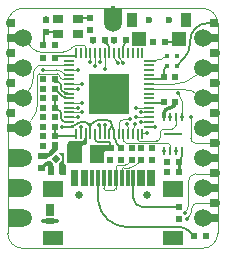
<source format=gtl>
G04*
G04 #@! TF.GenerationSoftware,Altium Limited,Altium Designer,24.6.1 (21)*
G04*
G04 Layer_Physical_Order=1*
G04 Layer_Color=3394611*
%FSLAX25Y25*%
%MOIN*%
G70*
G04*
G04 #@! TF.SameCoordinates,E89A06A7-0658-4A87-8E90-D679E4E66743*
G04*
G04*
G04 #@! TF.FilePolarity,Positive*
G04*
G01*
G75*
%ADD10C,0.00984*%
%ADD11C,0.00394*%
%ADD12C,0.00591*%
%ADD13C,0.00787*%
%ADD16R,0.01181X0.05709*%
%ADD17R,0.07087X0.05709*%
%ADD18R,0.07087X0.04724*%
%ADD19R,0.03543X0.03150*%
%ADD20R,0.06299X0.00787*%
%ADD21R,0.00984X0.03150*%
%ADD22C,0.01575*%
%ADD23R,0.03543X0.04724*%
%ADD24R,0.04528X0.05118*%
%ADD25R,0.13386X0.13386*%
%ADD26O,0.00787X0.03543*%
%ADD27O,0.03543X0.00787*%
%ADD28R,0.02362X0.01968*%
%ADD29R,0.02756X0.02047*%
%ADD30R,0.02756X0.04134*%
%ADD31R,0.01772X0.01772*%
%ADD32R,0.04724X0.05906*%
%ADD33R,0.00394X0.00394*%
%ADD34P,0.02673X4X360.0*%
%ADD35R,0.01968X0.02362*%
%ADD63C,0.01181*%
%ADD64C,0.00500*%
%ADD65C,0.01378*%
%ADD66C,0.02559*%
%ADD67C,0.02362*%
%ADD68C,0.05906*%
%ADD69R,0.02500X0.03150*%
%ADD70R,0.05000X0.05906*%
%ADD71R,0.05906X0.05000*%
%ADD72C,0.01378*%
G36*
X14370Y29134D02*
X15157Y28346D01*
Y28034D01*
X15161Y27968D01*
X15186Y27839D01*
X15237Y27718D01*
X15310Y27608D01*
X15354Y27559D01*
X15354Y27559D01*
X15401Y27512D01*
X15475Y27402D01*
X15525Y27280D01*
X15551Y27150D01*
Y27084D01*
Y24606D01*
X13583D01*
Y26928D01*
X13581Y26961D01*
X13568Y27025D01*
X13543Y27086D01*
X13506Y27141D01*
X13484Y27165D01*
X13427Y27223D01*
Y27223D01*
X13392Y27254D01*
X13315Y27306D01*
X13228Y27342D01*
X13137Y27360D01*
X13091Y27362D01*
X13074D01*
X13008Y27359D01*
X12879Y27333D01*
X12757Y27283D01*
X12647Y27210D01*
X12598Y27165D01*
X12554Y27117D01*
X12481Y27007D01*
X12431Y26885D01*
X12405Y26756D01*
X12402Y26690D01*
Y25787D01*
X10039D01*
Y27756D01*
X10728D01*
X10938Y27766D01*
X11349Y27848D01*
X11737Y28008D01*
X12085Y28241D01*
X12241Y28382D01*
X12697Y28839D01*
Y28839D01*
X12767Y28909D01*
X12932Y29019D01*
X13116Y29095D01*
X13310Y29134D01*
X13583D01*
Y29134D01*
X14370D01*
X14370Y29134D01*
D02*
G37*
G36*
X16732Y33071D02*
X15157Y31496D01*
Y31496D01*
X15157Y31496D01*
X14370Y30709D01*
X14370D01*
X14230Y30702D01*
X13956Y30647D01*
X13698Y30540D01*
X13466Y30385D01*
X13362Y30291D01*
X13362D01*
X13091Y30020D01*
X13020Y29950D01*
X12855Y29839D01*
X12672Y29763D01*
X12477Y29724D01*
X10039D01*
Y31693D01*
X13583D01*
Y31727D01*
Y31859D01*
X13634Y32119D01*
X13736Y32363D01*
X13883Y32584D01*
X13976Y32677D01*
X13976D01*
X14416Y33117D01*
X14494Y33203D01*
X14624Y33397D01*
X14713Y33612D01*
X14758Y33840D01*
X14764Y33957D01*
Y35433D01*
X16732D01*
Y33071D01*
D02*
G37*
G36*
X18701Y31693D02*
Y30709D01*
Y29141D01*
Y29141D01*
X18709Y28976D01*
X18773Y28653D01*
X18899Y28349D01*
X19082Y28075D01*
X19193Y27953D01*
X19279Y27866D01*
X19279Y27866D01*
X19329Y27817D01*
X19407Y27700D01*
X19461Y27570D01*
X19488Y27432D01*
X19488Y27362D01*
X19488Y24606D01*
X17520D01*
X17441Y24606D01*
X17297Y24666D01*
X17186Y24777D01*
X17126Y24922D01*
X17126Y25000D01*
X17126Y28346D01*
Y28346D01*
X17913Y29134D01*
X17913D01*
X18012Y29232D01*
X18012Y30610D01*
X17126Y31496D01*
Y31693D01*
X18701D01*
Y31693D01*
D02*
G37*
G36*
X26378Y39961D02*
X25591D01*
Y37008D01*
X25588Y36931D01*
X25568Y36777D01*
X25528Y36628D01*
X25469Y36485D01*
X25392Y36352D01*
X25297Y36229D01*
X25188Y36120D01*
X25066Y36026D01*
X24932Y35949D01*
X24789Y35889D01*
X24640Y35849D01*
X24487Y35829D01*
X24409Y35827D01*
D01*
X21063D01*
X20986D01*
X20832Y35807D01*
X20683Y35767D01*
X20539Y35707D01*
X20405Y35630D01*
X20283Y35536D01*
X20173Y35426D01*
X20079Y35303D01*
X20001Y35169D01*
X19942Y35026D01*
X19902Y34877D01*
X19882Y34723D01*
Y34646D01*
D01*
Y28543D01*
X24606D01*
Y33661D01*
X24610Y33739D01*
X24640Y33890D01*
X24699Y34033D01*
X24785Y34161D01*
X24894Y34270D01*
X25023Y34356D01*
X25165Y34415D01*
X25317Y34445D01*
X25394Y34449D01*
X25458D01*
X25586Y34466D01*
X25711Y34499D01*
X25830Y34548D01*
X25942Y34613D01*
X26044Y34692D01*
X26135Y34783D01*
X26214Y34885D01*
X26278Y34997D01*
X26328Y35116D01*
X26361Y35241D01*
X26378Y35368D01*
Y35433D01*
D01*
Y36220D01*
Y39961D01*
D02*
G37*
G36*
X27362Y28543D02*
X32087D01*
Y31496D01*
X32105Y31688D01*
X32252Y32043D01*
X32524Y32314D01*
X32879Y32461D01*
X33071Y32480D01*
D01*
X35433D01*
Y34449D01*
X27362D01*
Y28543D01*
D02*
G37*
D10*
X57087Y25295D02*
Y28839D01*
D11*
X68046Y24803D02*
G03*
X68185Y24942I0J138D01*
G01*
X62598Y24803D02*
G03*
X60236Y22441I0J-2362D01*
G01*
X35433Y64662D02*
G03*
X36612Y61813I4033J0D01*
G01*
X38119Y62275D02*
G03*
X38121Y62272I2691J2686D01*
G01*
X37008Y64961D02*
G03*
X38119Y62275I3802J0D01*
G01*
X36612Y61813D02*
G03*
X36614Y61811I2853J2850D01*
G01*
X63026Y14995D02*
G03*
X61417Y13386I0J-1609D01*
G01*
X60025Y10025D02*
G03*
X61417Y13386I-3360J3360D01*
G01*
X59055Y11811D02*
G03*
X60236Y14662I-2851J2851D01*
G01*
X60944Y36694D02*
G03*
X62598Y35039I1654J0D01*
G01*
X57190Y51111D02*
G03*
X57188Y51113I-2132J-2129D01*
G01*
X58071Y48982D02*
G03*
X57190Y51111I-3013J0D01*
G01*
X40157Y40388D02*
G03*
X39764Y41339I-1344J0D01*
G01*
X39041Y43080D02*
G03*
X37008Y41047I0J-2033D01*
G01*
X42583Y41353D02*
G03*
X41732Y39299I2056J-2054D01*
G01*
X42584Y41353D02*
G03*
X42583Y41353I2055J-2055D01*
G01*
X11408Y61051D02*
G03*
X8661Y57803I0J-2785D01*
G01*
X10533Y58171D02*
G03*
X9843Y57480I0J-691D01*
G01*
X17323Y57480D02*
G03*
X16632Y58171I-691J0D01*
G01*
X17780Y58925D02*
G03*
X16148Y59601I-1632J-1632D01*
G01*
X17780Y58925D02*
G03*
X20318Y57874I2538J2538D01*
G01*
X5733Y50732D02*
G03*
X8661Y57804I-7071J7071D01*
G01*
X17323Y57480D02*
G03*
X18504Y56299I1181J0D01*
G01*
X7866Y42866D02*
G03*
X9843Y47638I-4772J4772D01*
G01*
X54134Y34291D02*
G03*
X53385Y35039I-749J0D01*
G01*
X54724Y39764D02*
G03*
X56102Y41142I0J1378D01*
G01*
X51575Y39764D02*
G03*
X50787Y38976I0J-787D01*
G01*
X49606Y35827D02*
G03*
X50787Y37008I0J1181D01*
G01*
X43307Y36220D02*
G03*
X43701Y35827I394J0D01*
G01*
X38583Y35827D02*
G03*
X39370Y35039I787J0D01*
G01*
X35433Y19291D02*
G03*
X35984Y19842I0J551D01*
G01*
X32047Y19921D02*
G03*
X32677Y19291I630J0D01*
G01*
X40387Y26906D02*
G03*
X42913Y27953I0J3573D01*
G01*
X38635Y26906D02*
G03*
X37953Y26087I150J-819D01*
G01*
X39160Y27891D02*
G03*
X39832Y28169I0J950D01*
G01*
X36762Y27891D02*
G03*
X35984Y27113I0J-778D01*
G01*
X49012Y62598D02*
G03*
X53051Y64272I0J5713D01*
G01*
X18312Y65394D02*
G03*
X20824Y66435I-0J3552D01*
G01*
X23183Y67716D02*
G03*
X21344Y66955I0J-2600D01*
G01*
X8570Y66430D02*
G03*
X11069Y65394I2499J2499D01*
G01*
X25984Y66731D02*
G03*
X24999Y67716I-986J0D01*
G01*
X64779Y50221D02*
G03*
X57708Y53150I-7071J-7071D01*
G01*
X55582Y54724D02*
G03*
X62653Y57653I0J10000D01*
G01*
X62598Y24803D02*
X68046D01*
X60236Y14662D02*
Y22441D01*
X32283Y59646D02*
Y64961D01*
X35433Y64662D02*
Y64961D01*
X38121Y62272D02*
X38583Y61811D01*
X68110Y14995D02*
Y15000D01*
X63026Y14995D02*
X68110D01*
X59842Y9843D02*
X60025Y10025D01*
X30709Y62171D02*
Y64961D01*
X68311Y34990D02*
Y35039D01*
X62598D02*
X68311D01*
X60944Y36694D02*
Y43815D01*
X44882Y38583D02*
X46271D01*
X58071Y43878D02*
Y48982D01*
X56594Y51708D02*
X57188Y51113D01*
X40157Y38189D02*
Y40388D01*
X27559Y62171D02*
Y64961D01*
Y62171D02*
X27559Y62171D01*
X29134Y60630D02*
Y64961D01*
Y60630D02*
X29134Y60630D01*
X20472Y59449D02*
X23262D01*
X20472Y53150D02*
X23262D01*
X20472Y54724D02*
X24803D01*
X39041Y43080D02*
X40825D01*
X37008Y38189D02*
Y41047D01*
X41732Y38189D02*
Y39299D01*
X44882Y38189D02*
Y38583D01*
X44454Y45276D02*
X47244D01*
X42913Y46850D02*
X47244D01*
X44454Y42126D02*
X47244D01*
X42913Y43701D02*
X47244D01*
X11408Y61051D02*
X20445D01*
X20472Y61024D01*
X10533Y58171D02*
X16632D01*
X15399Y59601D02*
X16148D01*
X15399Y59601D02*
X15399Y59601D01*
X11688Y59601D02*
X15399D01*
X20318Y57874D02*
X20472D01*
X5000Y50000D02*
X5733Y50732D01*
X18504Y56299D02*
X20472D01*
X9843Y47638D02*
Y57480D01*
X5000Y40000D02*
X7866Y42866D01*
X20472Y48425D02*
X24803D01*
X24803Y45276D02*
X24803Y45276D01*
X20472Y45276D02*
X24803D01*
X20472Y46850D02*
X23262D01*
Y43701D02*
X23262Y43701D01*
X20472Y43701D02*
X23262D01*
X54134Y32500D02*
Y34291D01*
X39370Y35039D02*
X53385D01*
X51575Y39764D02*
X54724D01*
X50787Y37008D02*
Y38976D01*
X43701Y35827D02*
X49606D01*
X43307Y36220D02*
Y38189D01*
X56102Y41142D02*
Y43878D01*
X38583Y35827D02*
Y38189D01*
X37953Y25423D02*
Y26087D01*
Y23455D02*
Y25423D01*
X32677Y19291D02*
X35433D01*
X35984Y23455D02*
Y27113D01*
Y19842D02*
Y23455D01*
X32047Y19921D02*
Y23455D01*
X38635Y26906D02*
X40387D01*
X44488Y29528D02*
Y29528D01*
X42913Y27953D02*
X44488Y29528D01*
X36762Y27891D02*
X39160D01*
X41086Y29423D02*
X41087Y29424D01*
X39832Y28169D02*
X41086Y29423D01*
X47244Y62598D02*
X49012D01*
X11069Y65395D02*
X18312D01*
X23183Y67716D02*
X24999D01*
X20824Y66435D02*
X21344Y66955D01*
X5000Y70000D02*
X8570Y66430D01*
X25984Y64961D02*
Y66731D01*
X64779Y50221D02*
X65000Y50000D01*
X47244Y53150D02*
X57708D01*
X62653Y57653D02*
X65000Y60000D01*
X47244Y54724D02*
X55582D01*
X65000Y-0D02*
G03*
X70000Y5000I0J5000D01*
G01*
X70000Y75000D02*
G03*
X65000Y80000I-5000J0D01*
G01*
X5000Y80000D02*
G03*
X0Y75000I0J-5000D01*
G01*
X-0Y5000D02*
G03*
X5000Y0I5000J0D01*
G01*
X0Y5000D02*
Y75000D01*
X5000Y80000D02*
X65000D01*
X70000Y5000D02*
Y75000D01*
X5000Y0D02*
X65000D01*
D12*
X17717Y54626D02*
G03*
X16929Y55413I-787J0D01*
G01*
X18110Y52362D02*
G03*
X20011Y51575I1901J1901D01*
G01*
X17717Y53313D02*
G03*
X18110Y52362I1344J0D01*
G01*
X59980Y6051D02*
G03*
X57480Y7087I-2500J-2500D01*
G01*
X30155Y15646D02*
G03*
X39854Y7087I9699J1216D01*
G01*
X30079Y16862D02*
G03*
X30155Y15646I9775J0D01*
G01*
X32480Y40945D02*
G03*
X32283Y40470I475J-475D01*
G01*
X30709D02*
G03*
X30512Y40945I-672J0D01*
G01*
X51575Y48425D02*
G03*
X51968Y48819I0J394D01*
G01*
X41087Y29424D02*
G03*
X41086Y29423I252J-253D01*
G01*
X41339Y29528D02*
G03*
X41087Y29424I0J-357D01*
G01*
X34252Y35039D02*
G03*
X33760Y35531I-492J0D01*
G01*
X29134Y36417D02*
G03*
X30020Y35531I886J0D01*
G01*
X41890Y16732D02*
G03*
X44835Y13787I2945J0D01*
G01*
X18110Y50787D02*
G03*
X20011Y50000I1901J1901D01*
G01*
X17717Y53313D02*
Y54626D01*
X15748Y55413D02*
X16929D01*
X20011Y51575D02*
X20472D01*
X59980Y6051D02*
X62032Y4000D01*
X39854Y7087D02*
X57480D01*
X30079Y16862D02*
Y23455D01*
X32283Y38189D02*
Y40470D01*
X30709Y38189D02*
Y40470D01*
X47244Y48425D02*
X51575D01*
X34252Y33465D02*
Y35039D01*
X30020Y35531D02*
X33760D01*
X29134Y36417D02*
Y38189D01*
X44835Y13787D02*
X57000D01*
X41890Y16732D02*
Y23455D01*
X15748Y53150D02*
X18110Y50787D01*
X20011Y50000D02*
X20472D01*
X15748Y55413D02*
Y56299D01*
D13*
X53051Y60925D02*
G03*
X51968Y58311I2614J-2614D01*
G01*
X51018Y56299D02*
G03*
X51968Y56693I0J1344D01*
G01*
X39370Y69291D02*
G03*
X38583Y67390I1901J-1901D01*
G01*
X34646Y41339D02*
G03*
X33268Y42717I-1378J0D01*
G01*
X30020D02*
G03*
X28843Y42229I0J-1664D01*
G01*
X57087Y28839D02*
G03*
X58071Y31215I-2376J2376D01*
G01*
X35433Y39142D02*
G03*
X34646Y41043I-2688J0D01*
G01*
D02*
G03*
X33858Y39142I1901J-1901D01*
G01*
X24606Y42224D02*
G03*
X23262Y41668I0J-1901D01*
G01*
X27463Y41041D02*
G03*
X24606Y42224I-2857J-2857D01*
G01*
X21032Y40551D02*
G03*
X22933Y41339I0J2688D01*
G01*
X35433Y37173D02*
G03*
X36380Y34887I3232J-0D01*
G01*
X32451Y68730D02*
G03*
X32283Y68799I-168J-168D01*
G01*
X32452Y68730D02*
X32451Y68730D01*
X33858Y66627D02*
G03*
X33366Y67815I-1680J0D01*
G01*
X17717Y43602D02*
G03*
X19193Y42126I1476J0D01*
G01*
X17717Y45163D02*
G03*
X16718Y46161I-998J0D01*
G01*
X51968Y56693D02*
Y57087D01*
X51968Y57087D02*
Y58311D01*
Y56693D02*
X51968Y56693D01*
X47244Y56299D02*
X51018D01*
X38583Y64961D02*
Y67390D01*
X34646Y41043D02*
Y41339D01*
Y41043D02*
Y41043D01*
X30020Y42717D02*
X33268D01*
X35433Y38189D02*
Y39142D01*
X33858Y38189D02*
Y39142D01*
X16175Y64162D02*
X22835D01*
X22933Y41339D02*
X23262Y41668D01*
X27559Y40945D02*
X28843Y42229D01*
X27463Y41041D02*
X27559Y40945D01*
X20472Y40551D02*
X21032D01*
X47244D02*
X49213D01*
X49213Y40551D01*
X22835Y64162D02*
Y64961D01*
X15748Y63735D02*
X16175Y64162D01*
X15748Y63386D02*
Y63735D01*
X58071Y31215D02*
Y32500D01*
X35433Y37173D02*
Y38189D01*
X36380Y34887D02*
X37795Y33472D01*
X12598Y72047D02*
X16339D01*
X12196Y68102D02*
Y71842D01*
X12402Y72047D01*
X11811Y67716D02*
X12196Y68102D01*
X16339Y72047D02*
X16831Y71555D01*
X23327Y76476D02*
X23622Y76772D01*
X27559D01*
X51968Y57087D02*
X51968Y57087D01*
X18012Y40551D02*
X20472D01*
X52469Y68898D02*
X57095D01*
Y69898D01*
X32452Y68730D02*
X33366Y67815D01*
X32451Y68730D02*
X32452Y68730D01*
X33858Y64961D02*
Y66627D01*
X17717Y43602D02*
Y45163D01*
X19193Y42126D02*
X20472D01*
X15748Y46161D02*
X16718D01*
X15748D02*
Y46850D01*
Y50000D01*
Y37402D02*
X22835D01*
X15748D02*
Y40551D01*
X22835Y37402D02*
Y38189D01*
X24409Y38189D02*
Y40551D01*
X27559Y38189D02*
Y40945D01*
D16*
X24961Y23455D02*
D03*
X26142Y23455D02*
D03*
X28110Y23455D02*
D03*
X30079D02*
D03*
X32047Y23455D02*
D03*
X34016D02*
D03*
X35984D02*
D03*
X37953D02*
D03*
X39921Y23455D02*
D03*
X41890D02*
D03*
X43858D02*
D03*
X45039Y23455D02*
D03*
X48287Y23455D02*
D03*
X47106Y23455D02*
D03*
X22894Y23455D02*
D03*
X21713Y23455D02*
D03*
D17*
X54961Y19852D02*
D03*
X15039D02*
D03*
D18*
Y3396D02*
D03*
X54961D02*
D03*
D19*
X16831Y71555D02*
D03*
X23327Y76476D02*
D03*
X16831D02*
D03*
X23327Y71555D02*
D03*
D20*
X55118Y38189D02*
D03*
D21*
X52165Y32500D02*
D03*
X54134D02*
D03*
X56102D02*
D03*
X58071D02*
D03*
X52165Y43878D02*
D03*
X54134D02*
D03*
X56102D02*
D03*
X58071D02*
D03*
D22*
X70000Y25000D02*
D03*
X35000Y80000D02*
D03*
X0Y55000D02*
D03*
X70000Y65000D02*
D03*
Y55000D02*
D03*
Y45000D02*
D03*
Y35000D02*
D03*
X0Y45000D02*
D03*
Y65000D02*
D03*
X-0Y75000D02*
D03*
X70000Y15000D02*
D03*
D23*
X59554Y76000D02*
D03*
X41445D02*
D03*
D24*
X57095Y69898D02*
D03*
X43905D02*
D03*
D25*
X33858Y51575D02*
D03*
D26*
X44882Y38189D02*
D03*
X43307Y38189D02*
D03*
X41732Y38189D02*
D03*
X40157D02*
D03*
X38583D02*
D03*
X37008D02*
D03*
X35433D02*
D03*
X33858D02*
D03*
X32283D02*
D03*
X30709D02*
D03*
X29134D02*
D03*
X27559Y38189D02*
D03*
X25984D02*
D03*
X24409D02*
D03*
X22835Y38189D02*
D03*
X22835Y64961D02*
D03*
X24409D02*
D03*
X25984D02*
D03*
X27559D02*
D03*
X29134D02*
D03*
X30709D02*
D03*
X32283D02*
D03*
X33858Y64961D02*
D03*
X35433Y64961D02*
D03*
X37008Y64961D02*
D03*
X38583Y64961D02*
D03*
X40157D02*
D03*
X41732D02*
D03*
X43307D02*
D03*
X44882D02*
D03*
D27*
X20472Y40551D02*
D03*
Y42126D02*
D03*
Y43701D02*
D03*
Y45276D02*
D03*
Y46850D02*
D03*
X20472Y48425D02*
D03*
X20472Y50000D02*
D03*
X20472Y51575D02*
D03*
X20472Y53150D02*
D03*
Y54724D02*
D03*
Y56299D02*
D03*
Y57874D02*
D03*
Y59449D02*
D03*
Y61024D02*
D03*
Y62598D02*
D03*
X47244Y62598D02*
D03*
X47244Y61024D02*
D03*
Y59449D02*
D03*
Y57874D02*
D03*
X47244Y56299D02*
D03*
Y54724D02*
D03*
Y53150D02*
D03*
Y51575D02*
D03*
Y50000D02*
D03*
Y48425D02*
D03*
Y46850D02*
D03*
Y45276D02*
D03*
Y43701D02*
D03*
X47244Y42126D02*
D03*
X47244Y40551D02*
D03*
D28*
X41339Y33465D02*
D03*
Y29528D02*
D03*
X37795Y33465D02*
D03*
Y29528D02*
D03*
X11220Y30709D02*
D03*
Y26772D02*
D03*
X57000Y13787D02*
D03*
Y9850D02*
D03*
X27559Y76772D02*
D03*
Y72835D02*
D03*
X12598Y72047D02*
D03*
Y75984D02*
D03*
X48031Y33465D02*
D03*
Y29528D02*
D03*
X34252Y33465D02*
D03*
Y29528D02*
D03*
X44488Y33465D02*
D03*
Y29528D02*
D03*
D29*
X14000Y9177D02*
D03*
D30*
Y12779D02*
D03*
D31*
X56398Y64272D02*
D03*
X53051D02*
D03*
Y60925D02*
D03*
X56398D02*
D03*
D32*
X22244Y31496D02*
D03*
X29724D02*
D03*
D33*
X13976Y31201D02*
D03*
Y28642D02*
D03*
X18307D02*
D03*
Y31201D02*
D03*
D34*
X16142Y29921D02*
D03*
D35*
X11811Y53150D02*
D03*
X15748D02*
D03*
X53150Y25295D02*
D03*
X57087D02*
D03*
X18504Y25787D02*
D03*
X14567D02*
D03*
X62032Y4000D02*
D03*
X65969D02*
D03*
X48531Y68898D02*
D03*
X52469D02*
D03*
X11811Y67716D02*
D03*
X15748D02*
D03*
X57087Y28839D02*
D03*
X53150D02*
D03*
X51968Y48819D02*
D03*
X55905D02*
D03*
X32283Y69291D02*
D03*
X28346D02*
D03*
X15748Y43701D02*
D03*
X11811D02*
D03*
X15748Y56299D02*
D03*
X11811D02*
D03*
X51968Y57087D02*
D03*
X55905D02*
D03*
X15748Y63386D02*
D03*
X11811D02*
D03*
X39370Y69291D02*
D03*
X35433D02*
D03*
X15748Y37402D02*
D03*
X11811D02*
D03*
X15748Y34252D02*
D03*
X11811D02*
D03*
X15748Y46850D02*
D03*
X11811D02*
D03*
Y40551D02*
D03*
X15748D02*
D03*
X11811Y50000D02*
D03*
X15748D02*
D03*
D63*
X53761Y46674D02*
G03*
X55905Y48819I0J2145D01*
G01*
X53680Y46674D02*
G03*
X52165Y45160I0J-1515D01*
G01*
X53680Y46674D02*
X53761D01*
X52165Y43878D02*
Y45160D01*
D64*
X66400Y75000D02*
G03*
X62598Y73425I0J-5377D01*
G01*
D02*
G03*
X60827Y69148I4277J-4277D01*
G01*
X58460Y62988D02*
G03*
X60827Y68701I-5713J5713D01*
G01*
X66400Y75000D02*
X69193D01*
X60827Y68701D02*
Y69148D01*
X56398Y60925D02*
X58460Y62988D01*
D65*
X14000Y9177D02*
X16362D01*
X11638D02*
X14000D01*
D66*
X23622Y17764D02*
D03*
X46378D02*
D03*
D67*
X53847Y76000D02*
D03*
X47153D02*
D03*
D68*
X65000Y10000D02*
D03*
Y20000D02*
D03*
Y30000D02*
D03*
Y40000D02*
D03*
Y50000D02*
D03*
Y70000D02*
D03*
Y60000D02*
D03*
X5000Y10000D02*
D03*
Y20000D02*
D03*
Y30000D02*
D03*
Y40000D02*
D03*
Y50000D02*
D03*
Y70000D02*
D03*
Y60000D02*
D03*
X35000Y75000D02*
D03*
D69*
X68750Y35000D02*
D03*
X1250Y75000D02*
D03*
Y70000D02*
D03*
Y55000D02*
D03*
Y60000D02*
D03*
Y50000D02*
D03*
Y40000D02*
D03*
Y45000D02*
D03*
Y65000D02*
D03*
X68750Y40000D02*
D03*
Y30000D02*
D03*
Y70000D02*
D03*
Y20000D02*
D03*
Y10000D02*
D03*
Y45000D02*
D03*
Y55000D02*
D03*
Y65000D02*
D03*
Y60000D02*
D03*
Y50000D02*
D03*
Y25000D02*
D03*
Y15000D02*
D03*
Y75000D02*
D03*
D70*
X2500Y10000D02*
D03*
Y30000D02*
D03*
Y20000D02*
D03*
D71*
X35000Y77500D02*
D03*
D72*
X36614Y61811D02*
D03*
X38583D02*
D03*
X59842Y9843D02*
D03*
X59055Y11811D02*
D03*
X30709Y62171D02*
D03*
X32283Y59646D02*
D03*
X14310Y25848D02*
D03*
X48031Y29528D02*
D03*
X37795D02*
D03*
X60944Y43815D02*
D03*
X49213Y40551D02*
D03*
X56594Y51708D02*
D03*
X44882Y68110D02*
D03*
X48560Y68503D02*
D03*
X44488Y33465D02*
D03*
X41339D02*
D03*
X27559Y62171D02*
D03*
X29134Y60630D02*
D03*
X23262Y59449D02*
D03*
Y53150D02*
D03*
X24803Y54724D02*
D03*
X46271Y38583D02*
D03*
X40825Y43080D02*
D03*
X39764Y41339D02*
D03*
X42584Y41353D02*
D03*
X44454Y45276D02*
D03*
X42913Y46850D02*
D03*
X44454Y42126D02*
D03*
X42913Y43701D02*
D03*
X11688Y59601D02*
D03*
X24803Y48425D02*
D03*
X24803Y45276D02*
D03*
X23262Y46850D02*
D03*
Y43701D02*
D03*
X56102Y32500D02*
D03*
X52165D02*
D03*
X58071Y43878D02*
D03*
X54134Y43878D02*
D03*
X37953Y25423D02*
D03*
X37795Y33465D02*
D03*
X55905Y57087D02*
D03*
X15748Y67716D02*
D03*
X27559Y76772D02*
D03*
X18504Y25295D02*
D03*
X16362Y9177D02*
D03*
X11638D02*
D03*
X14000Y11697D02*
D03*
Y13862D02*
D03*
X45039Y24439D02*
D03*
X43858Y22470D02*
D03*
X24961Y24439D02*
D03*
X26142Y22470D02*
D03*
X57000Y9850D02*
D03*
X65969Y4000D02*
D03*
X15039Y3396D02*
D03*
X54961D02*
D03*
X54961Y19852D02*
D03*
X15039D02*
D03*
X48287Y24439D02*
D03*
X47106Y22470D02*
D03*
X22894Y22470D02*
D03*
X21713Y24439D02*
D03*
X18012Y40551D02*
D03*
X15748Y53150D02*
D03*
X32480Y40945D02*
D03*
X30512D02*
D03*
X34016Y25423D02*
D03*
X34252Y33465D02*
D03*
X38386Y47244D02*
D03*
X29528D02*
D03*
X28740Y56102D02*
D03*
X38386D02*
D03*
X24409Y40551D02*
D03*
X27559Y40945D02*
D03*
X51968Y56693D02*
D03*
X51968Y48819D02*
D03*
X55905D02*
D03*
X48031Y33465D02*
D03*
X57087Y25295D02*
D03*
Y28839D02*
D03*
X15748Y56299D02*
D03*
X39370Y69291D02*
D03*
X35433Y68799D02*
D03*
X32283D02*
D03*
X28346D02*
D03*
X27559Y72835D02*
D03*
X12598Y76772D02*
D03*
X15748Y63386D02*
D03*
X11811D02*
D03*
Y56299D02*
D03*
Y53150D02*
D03*
X34252Y29528D02*
D03*
X53150Y25295D02*
D03*
Y28839D02*
D03*
X18307Y27264D02*
D03*
X11220Y26772D02*
D03*
Y30709D02*
D03*
X15748Y34252D02*
D03*
X11811D02*
D03*
X11811Y37402D02*
D03*
Y50000D02*
D03*
Y46850D02*
D03*
Y43701D02*
D03*
X15748D02*
D03*
X11811Y40551D02*
D03*
X56398Y64272D02*
D03*
M02*

</source>
